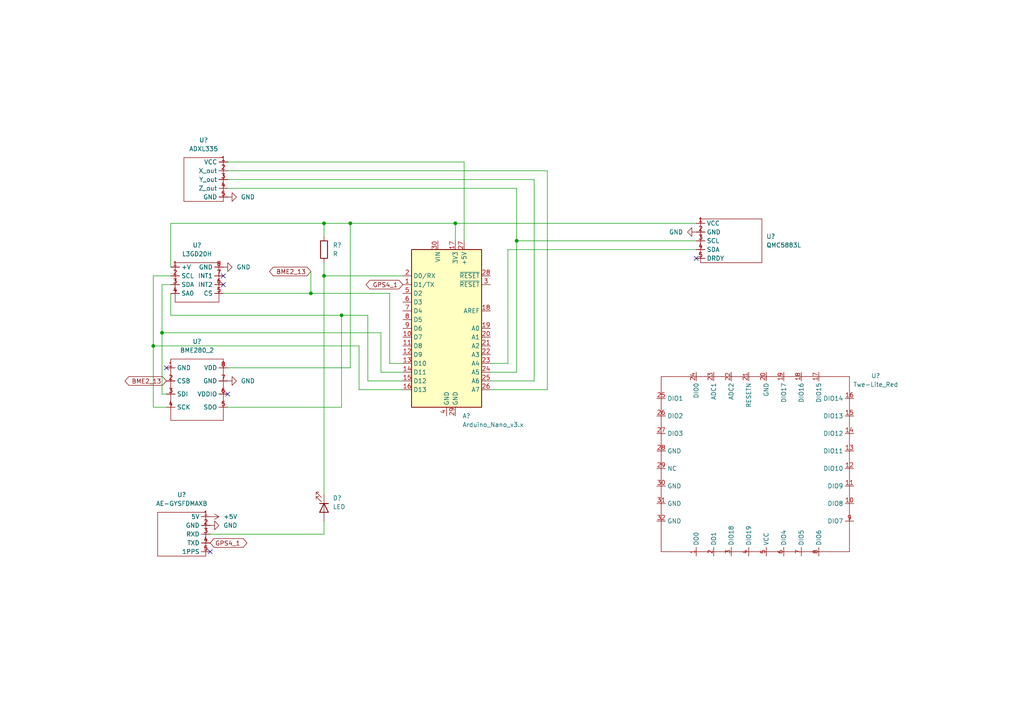
<source format=kicad_sch>
(kicad_sch (version 20211123) (generator eeschema)
  (paper "A4")
  (lib_symbols
    (symbol "ADXL335:ADXL335"
      (property "Reference" "U" (at -2.54 -1.27 0))
      (property "Value" "ADXL335" (at 3.81 1.27 0))
      (symbol "ADXL335_0_1"
        (rectangle (start -2.54 -1.27) (end 8.89 -13.97))
      )
      (symbol "ADXL335_1_1"
        (pin bidirectional line (at 10.16 -2.54 180) (length 2.54) (name "VCC") (number "1"))
        (pin bidirectional line (at 10.16 -5.08 180) (length 2.54) (name "X_out") (number "2"))
        (pin bidirectional line (at 10.16 -7.62 180) (length 2.54) (name "Y_out") (number "3"))
        (pin bidirectional line (at 10.16 -10.16 180) (length 2.54) (name "Z_out") (number "4"))
        (pin bidirectional line (at 10.16 -12.7 180) (length 2.54) (name "GND") (number "5"))
      )
    )
    (symbol "AE-GYSFDMAXB:AE-GYSFDMAXB"
      (property "Reference" "U" (at -6.35 -3.81 0))
      (property "Value" "AE-GYSFDMAXB" (at -2.54 2.54 0))
      (symbol "AE-GYSFDMAXB_0_1"
        (rectangle (start -8.89 0) (end 5.08 -12.7))
      )
      (symbol "AE-GYSFDMAXB_1_1"
        (pin bidirectional line (at 6.35 -1.27 180) (length 2.54) (name "5V") (number "1"))
        (pin bidirectional line (at 6.35 -3.81 180) (length 2.54) (name "GND") (number "2"))
        (pin bidirectional line (at 6.35 -6.35 180) (length 2.54) (name "RXD") (number "3"))
        (pin bidirectional line (at 6.35 -8.89 180) (length 2.54) (name "TXD") (number "4"))
        (pin bidirectional line (at 6.35 -11.43 180) (length 2.54) (name "1PPS") (number "5"))
      )
    )
    (symbol "BME280_2:BME280_2"
      (property "Reference" "U" (at 0 -3.81 0))
      (property "Value" "BME280_2" (at 11.43 0 0))
      (symbol "BME280_2_0_1"
        (rectangle (start -7.62 -3.81) (end 7.62 -21.59))
      )
      (symbol "BME280_2_1_1"
        (pin bidirectional line (at -8.89 -6.35 0) (length 2.54) (name "GND") (number "1"))
        (pin bidirectional line (at -8.89 -10.16 0) (length 2.54) (name "CSB") (number "2"))
        (pin bidirectional line (at -8.89 -13.97 0) (length 2.54) (name "SDI") (number "3"))
        (pin bidirectional line (at -8.89 -17.78 0) (length 2.54) (name "SCK") (number "4"))
        (pin bidirectional line (at 8.89 -17.78 180) (length 2.54) (name "SDO") (number "5"))
        (pin bidirectional line (at 8.89 -13.97 180) (length 2.54) (name "VDDIO") (number "6"))
        (pin bidirectional line (at 8.89 -10.16 180) (length 2.54) (name "GND") (number "7"))
        (pin bidirectional line (at 8.89 -6.35 180) (length 2.54) (name "VDD") (number "8"))
      )
    )
    (symbol "Device:LED" (pin_numbers hide) (pin_names (offset 1.016) hide)
      (property "Reference" "D" (at 0 2.54 0))
      (property "Value" "LED" (at 0 -2.54 0))
      (symbol "LED_0_1"
        (polyline (pts (xy -1.27 -1.27) (xy -1.27 1.27)) (stroke (width 0.254)))
        (polyline (pts (xy -1.27 0) (xy 1.27 0)))
        (polyline (pts (xy 1.27 -1.27) (xy 1.27 1.27) (xy -1.27 0) (xy 1.27 -1.27)) (stroke (width 0.254)))
        (polyline (pts (xy -3.048 -0.762) (xy -4.572 -2.286) (xy -3.81 -2.286) (xy -4.572 -2.286) (xy -4.572 -1.524)))
        (polyline (pts (xy -1.778 -0.762) (xy -3.302 -2.286) (xy -2.54 -2.286) (xy -3.302 -2.286) (xy -3.302 -1.524)))
      )
      (symbol "LED_1_1"
        (pin passive line (at -3.81 0 0) (length 2.54) (name "K") (number "1"))
        (pin passive line (at 3.81 0 180) (length 2.54) (name "A") (number "2"))
      )
    )
    (symbol "Device:R" (pin_numbers hide) (pin_names (offset 0))
      (property "Reference" "R" (at 2.032 0 90))
      (property "Value" "R" (at 0 0 90))
      (symbol "R_0_1"
        (rectangle (start -1.016 -2.54) (end 1.016 2.54) (stroke (width 0.254)))
      )
      (symbol "R_1_1"
        (pin passive line (at 0 3.81 270) (length 1.27) (name "~") (number "1"))
        (pin passive line (at 0 -3.81 90) (length 1.27) (name "~") (number "2"))
      )
    )
    (symbol "L3GD20H:L3GD20H"
      (property "Reference" "U" (at -1.27 -2.54 0))
      (property "Value" "L3GD20H" (at 0 0 0))
      (symbol "L3GD20H_0_1"
        (rectangle (start -6.35 -2.54) (end 6.35 -13.97))
      )
      (symbol "L3GD20H_1_1"
        (pin bidirectional line (at -7.62 -3.81 0) (length 2.54) (name "+V") (number "1"))
        (pin bidirectional line (at -7.62 -6.35 0) (length 2.54) (name "SCL") (number "2"))
        (pin bidirectional line (at -7.62 -8.89 0) (length 2.54) (name "SDA") (number "3"))
        (pin bidirectional line (at -7.62 -11.43 0) (length 2.54) (name "SA0") (number "4"))
        (pin bidirectional line (at 7.62 -11.43 180) (length 2.54) (name "CS") (number "5"))
        (pin bidirectional line (at 7.62 -8.89 180) (length 2.54) (name "INT2") (number "6"))
        (pin bidirectional line (at 7.62 -6.35 180) (length 2.54) (name "INT1") (number "7"))
        (pin bidirectional line (at 7.62 -3.81 180) (length 2.54) (name "GND") (number "8"))
      )
    )
    (symbol "MCU_Module:Arduino_Nano_v3.x"
      (property "Reference" "A" (at -10.16 23.495 0))
      (property "Value" "Arduino_Nano_v3.x" (at 5.08 -24.13 0))
      (symbol "Arduino_Nano_v3.x_0_1"
        (rectangle (start -10.16 22.86) (end 10.16 -22.86) (stroke (width 0.254)) (fill (type background)))
      )
      (symbol "Arduino_Nano_v3.x_1_1"
        (pin bidirectional line (at -12.7 12.7 0) (length 2.54) (name "D1/TX") (number "1"))
        (pin bidirectional line (at -12.7 -2.54 0) (length 2.54) (name "D7") (number "10"))
        (pin bidirectional line (at -12.7 -5.08 0) (length 2.54) (name "D8") (number "11"))
        (pin bidirectional line (at -12.7 -7.62 0) (length 2.54) (name "D9") (number "12"))
        (pin bidirectional line (at -12.7 -10.16 0) (length 2.54) (name "D10") (number "13"))
        (pin bidirectional line (at -12.7 -12.7 0) (length 2.54) (name "D11") (number "14"))
        (pin bidirectional line (at -12.7 -15.24 0) (length 2.54) (name "D12") (number "15"))
        (pin bidirectional line (at -12.7 -17.78 0) (length 2.54) (name "D13") (number "16"))
        (pin power_out line (at 2.54 25.4 270) (length 2.54) (name "3V3") (number "17"))
        (pin input line (at 12.7 5.08 180) (length 2.54) (name "AREF") (number "18"))
        (pin bidirectional line (at 12.7 0 180) (length 2.54) (name "A0") (number "19"))
        (pin bidirectional line (at -12.7 15.24 0) (length 2.54) (name "D0/RX") (number "2"))
        (pin bidirectional line (at 12.7 -2.54 180) (length 2.54) (name "A1") (number "20"))
        (pin bidirectional line (at 12.7 -5.08 180) (length 2.54) (name "A2") (number "21"))
        (pin bidirectional line (at 12.7 -7.62 180) (length 2.54) (name "A3") (number "22"))
        (pin bidirectional line (at 12.7 -10.16 180) (length 2.54) (name "A4") (number "23"))
        (pin bidirectional line (at 12.7 -12.7 180) (length 2.54) (name "A5") (number "24"))
        (pin bidirectional line (at 12.7 -15.24 180) (length 2.54) (name "A6") (number "25"))
        (pin bidirectional line (at 12.7 -17.78 180) (length 2.54) (name "A7") (number "26"))
        (pin power_out line (at 5.08 25.4 270) (length 2.54) (name "+5V") (number "27"))
        (pin input line (at 12.7 15.24 180) (length 2.54) (name "~{RESET}") (number "28"))
        (pin power_in line (at 2.54 -25.4 90) (length 2.54) (name "GND") (number "29"))
        (pin input line (at 12.7 12.7 180) (length 2.54) (name "~{RESET}") (number "3"))
        (pin power_in line (at -2.54 25.4 270) (length 2.54) (name "VIN") (number "30"))
        (pin power_in line (at 0 -25.4 90) (length 2.54) (name "GND") (number "4"))
        (pin bidirectional line (at -12.7 10.16 0) (length 2.54) (name "D2") (number "5"))
        (pin bidirectional line (at -12.7 7.62 0) (length 2.54) (name "D3") (number "6"))
        (pin bidirectional line (at -12.7 5.08 0) (length 2.54) (name "D4") (number "7"))
        (pin bidirectional line (at -12.7 2.54 0) (length 2.54) (name "D5") (number "8"))
        (pin bidirectional line (at -12.7 0 0) (length 2.54) (name "D6") (number "9"))
      )
    )
    (symbol "QMC5883L:QMC5883L"
      (property "Reference" "U" (at 10.16 -3.81 0))
      (property "Value" "QMC5883L" (at 1.27 -2.54 0))
      (symbol "QMC5883L_0_1"
        (rectangle (start -7.62 -3.81) (end 10.16 -16.51))
      )
      (symbol "QMC5883L_1_1"
        (pin bidirectional line (at -8.89 -5.08 0) (length 2.54) (name "VCC") (number "1"))
        (pin bidirectional line (at -8.89 -7.62 0) (length 2.54) (name "GND") (number "2"))
        (pin bidirectional line (at -8.89 -10.16 0) (length 2.54) (name "SCL") (number "3"))
        (pin bidirectional line (at -8.89 -12.7 0) (length 2.54) (name "SDA") (number "4"))
        (pin bidirectional line (at -8.89 -15.24 0) (length 2.54) (name "DRDY") (number "5"))
      )
    )
    (symbol "Twe-Lite Red:Twe-Lite_Red"
      (property "Reference" "U" (at 0 0 0))
      (property "Value" "Twe-Lite_Red" (at 0 0 0))
      (symbol "Twe-Lite_Red_0_1"
        (rectangle (start -31.75 -3.81) (end 22.86 -54.61))
      )
      (symbol "Twe-Lite_Red_1_1"
        (pin bidirectional line (at -21.59 -55.88 90) (length 2.54) (name "DO0") (number "1"))
        (pin bidirectional line (at 24.13 -40.64 180) (length 2.54) (name "DIO8") (number "10"))
        (pin bidirectional line (at 24.13 -35.56 180) (length 2.54) (name "DIO9") (number "11"))
        (pin bidirectional line (at 24.13 -30.48 180) (length 2.54) (name "DIO10") (number "12"))
        (pin bidirectional line (at 24.13 -25.4 180) (length 2.54) (name "DIO11") (number "13"))
        (pin bidirectional line (at 24.13 -20.32 180) (length 2.54) (name "DIO12") (number "14"))
        (pin bidirectional line (at 24.13 -15.24 180) (length 2.54) (name "DIO13") (number "15"))
        (pin bidirectional line (at 24.13 -10.16 180) (length 2.54) (name "DIO14") (number "16"))
        (pin bidirectional line (at 13.97 -2.54 270) (length 2.54) (name "DIO15") (number "17"))
        (pin bidirectional line (at 8.89 -2.54 270) (length 2.54) (name "DIO16") (number "18"))
        (pin bidirectional line (at 3.81 -2.54 270) (length 2.54) (name "DIO17") (number "19"))
        (pin bidirectional line (at -16.51 -55.88 90) (length 2.54) (name "DO1") (number "2"))
        (pin bidirectional line (at -1.27 -2.54 270) (length 2.54) (name "GND") (number "20"))
        (pin bidirectional line (at -6.35 -2.54 270) (length 2.54) (name "RESETN") (number "21"))
        (pin bidirectional line (at -11.43 -2.54 270) (length 2.54) (name "ADC2") (number "22"))
        (pin bidirectional line (at -16.51 -2.54 270) (length 2.54) (name "ADC1") (number "23"))
        (pin bidirectional line (at -21.59 -2.54 270) (length 2.54) (name "DIO0") (number "24"))
        (pin bidirectional line (at -33.02 -10.16 0) (length 2.54) (name "DIO1") (number "25"))
        (pin bidirectional line (at -33.02 -15.24 0) (length 2.54) (name "DIO2") (number "26"))
        (pin bidirectional line (at -33.02 -20.32 0) (length 2.54) (name "DIO3") (number "27"))
        (pin bidirectional line (at -33.02 -25.4 0) (length 2.54) (name "GND") (number "28"))
        (pin bidirectional line (at -33.02 -30.48 0) (length 2.54) (name "NC") (number "29"))
        (pin bidirectional line (at -11.43 -55.88 90) (length 2.54) (name "DIO18") (number "3"))
        (pin bidirectional line (at -33.02 -35.56 0) (length 2.54) (name "GND") (number "30"))
        (pin bidirectional line (at -33.02 -40.64 0) (length 2.54) (name "GND") (number "31"))
        (pin bidirectional line (at -33.02 -45.72 0) (length 2.54) (name "GND") (number "32"))
        (pin bidirectional line (at -6.35 -55.88 90) (length 2.54) (name "DIO19") (number "4"))
        (pin bidirectional line (at -1.27 -55.88 90) (length 2.54) (name "VCC") (number "5"))
        (pin bidirectional line (at 3.81 -55.88 90) (length 2.54) (name "DIO4") (number "6"))
        (pin bidirectional line (at 8.89 -55.88 90) (length 2.54) (name "DIO5") (number "7"))
        (pin bidirectional line (at 13.97 -55.88 90) (length 2.54) (name "DIO6") (number "8"))
        (pin bidirectional line (at 24.13 -45.72 180) (length 2.54) (name "DIO7") (number "9"))
      )
    )
    (symbol "power:+5V" (power) (pin_names (offset 0))
      (property "Value" "+5V" (at 0 3.556 0))
      (symbol "+5V_0_1"
        (polyline (pts (xy -0.762 1.27) (xy 0 2.54)))
        (polyline (pts (xy 0 0) (xy 0 2.54)))
        (polyline (pts (xy 0 2.54) (xy 0.762 1.27)))
      )
      (symbol "+5V_1_1"
        (pin power_in line (at 0 0 90) (length 0) hide (name "+5V") (number "1"))
      )
    )
    (symbol "power:GND" (power) (pin_names (offset 0))
      (property "Value" "GND" (at 0 -3.81 0))
      (symbol "GND_0_1"
        (polyline (pts (xy 0 0) (xy 0 -1.27) (xy 1.27 -1.27) (xy 0 -2.54) (xy -1.27 -1.27) (xy 0 -1.27)))
      )
      (symbol "GND_1_1"
        (pin power_in line (at 0 0 270) (length 0) hide (name "GND") (number "1"))
      )
    )
  )
  (junction (at 93.98 80.01))
  (junction (at 90.17 85.09))
  (junction (at 44.45 100.33))
  (junction (at 132.08 64.77))
  (junction (at 46.99 96.52))
  (junction (at 101.6 64.77))
  (junction (at 93.98 64.77))
  (junction (at 99.06 91.44))
  (junction (at 149.86 69.85))
  (no_connect (at 201.93 74.93))
  (no_connect (at 64.77 82.55))
  (no_connect (at 64.77 80.01))
  (no_connect (at 48.26 106.68))
  (no_connect (at 66.04 114.3))
  (no_connect (at 60.96 160.02))
  (wire (pts (xy 104.14 113.03) (xy 116.84 113.03)))
  (wire (pts (xy 44.45 118.11) (xy 44.45 100.33)))
  (wire (pts (xy 158.75 49.53) (xy 158.75 113.03)))
  (wire (pts (xy 49.53 82.55) (xy 46.99 82.55)))
  (wire (pts (xy 134.62 46.99) (xy 134.62 69.85)))
  (wire (pts (xy 149.86 54.61) (xy 149.86 69.85)))
  (wire (pts (xy 49.53 64.77) (xy 93.98 64.77)))
  (wire (pts (xy 64.77 85.09) (xy 90.17 85.09)))
  (wire (pts (xy 132.08 64.77) (xy 132.08 69.85)))
  (wire (pts (xy 110.49 107.95) (xy 116.84 107.95)))
  (wire (pts (xy 110.49 96.52) (xy 110.49 107.95)))
  (wire (pts (xy 101.6 106.68) (xy 101.6 64.77)))
  (wire (pts (xy 44.45 100.33) (xy 104.14 100.33)))
  (wire (pts (xy 104.14 100.33) (xy 104.14 113.03)))
  (wire (pts (xy 99.06 91.44) (xy 106.68 91.44)))
  (wire (pts (xy 93.98 151.13) (xy 93.98 154.94)))
  (wire (pts (xy 113.03 85.09) (xy 113.03 105.41)))
  (wire (pts (xy 113.03 105.41) (xy 116.84 105.41)))
  (wire (pts (xy 101.6 64.77) (xy 132.08 64.77)))
  (wire (pts (xy 66.04 106.68) (xy 101.6 106.68)))
  (wire (pts (xy 49.53 85.09) (xy 49.53 91.44)))
  (wire (pts (xy 201.93 64.77) (xy 132.08 64.77)))
  (wire (pts (xy 48.26 118.11) (xy 44.45 118.11)))
  (wire (pts (xy 154.94 52.07) (xy 154.94 110.49)))
  (wire (pts (xy 66.04 118.11) (xy 99.06 118.11)))
  (wire (pts (xy 66.04 52.07) (xy 154.94 52.07)))
  (wire (pts (xy 66.04 54.61) (xy 149.86 54.61)))
  (wire (pts (xy 93.98 80.01) (xy 93.98 143.51)))
  (wire (pts (xy 46.99 96.52) (xy 110.49 96.52)))
  (wire (pts (xy 154.94 110.49) (xy 142.24 110.49)))
  (wire (pts (xy 147.32 72.39) (xy 147.32 105.41)))
  (wire (pts (xy 46.99 114.3) (xy 46.99 96.52)))
  (wire (pts (xy 49.53 77.47) (xy 49.53 64.77)))
  (wire (pts (xy 90.17 85.09) (xy 113.03 85.09)))
  (wire (pts (xy 93.98 64.77) (xy 93.98 68.58)))
  (wire (pts (xy 106.68 110.49) (xy 116.84 110.49)))
  (wire (pts (xy 147.32 105.41) (xy 142.24 105.41)))
  (wire (pts (xy 46.99 82.55) (xy 46.99 96.52)))
  (wire (pts (xy 149.86 69.85) (xy 201.93 69.85)))
  (wire (pts (xy 99.06 118.11) (xy 99.06 91.44)))
  (wire (pts (xy 60.96 154.94) (xy 93.98 154.94)))
  (wire (pts (xy 158.75 113.03) (xy 142.24 113.03)))
  (wire (pts (xy 201.93 72.39) (xy 147.32 72.39)))
  (wire (pts (xy 149.86 107.95) (xy 142.24 107.95)))
  (wire (pts (xy 48.26 114.3) (xy 46.99 114.3)))
  (wire (pts (xy 106.68 91.44) (xy 106.68 110.49)))
  (wire (pts (xy 44.45 80.01) (xy 44.45 100.33)))
  (wire (pts (xy 93.98 64.77) (xy 101.6 64.77)))
  (wire (pts (xy 49.53 80.01) (xy 44.45 80.01)))
  (wire (pts (xy 66.04 46.99) (xy 134.62 46.99)))
  (wire (pts (xy 116.84 80.01) (xy 93.98 80.01)))
  (wire (pts (xy 93.98 76.2) (xy 93.98 80.01)))
  (wire (pts (xy 49.53 91.44) (xy 99.06 91.44)))
  (wire (pts (xy 66.04 49.53) (xy 158.75 49.53)))
  (wire (pts (xy 149.86 69.85) (xy 149.86 107.95)))
  (wire (pts (xy 90.17 78.74) (xy 90.17 85.09)))
  (global_label "BME2_13" (shape bidirectional) (at 90.17 78.74 180) (property "Intersheet References" "${INTERSHEET_REFS}" (effects hide)))
  (global_label "GPS4_1" (shape bidirectional) (at 60.96 157.48 0) (property "Intersheet References" "${INTERSHEET_REFS}" (effects hide)))
  (global_label "GPS4_1" (shape bidirectional) (at 116.84 82.55 180) (property "Intersheet References" "${INTERSHEET_REFS}" (effects hide)))
  (global_label "BME2_13" (shape bidirectional) (at 48.26 110.49 180) (property "Intersheet References" "${INTERSHEET_REFS}" (effects hide)))
  (symbol (lib_id "power:GND") (at 201.93 67.31 270) (unit 1)
    (property "Reference" "#PWR?" (effects hide))
    (property "Value" "GND" (at 198.12 67.3099 90) (effects (justify right)))
  )
  (symbol (lib_id "AE-GYSFDMAXB:AE-GYSFDMAXB") (at 54.61 148.59 0) (unit 1)
    (property "Reference" "U?" (at 52.705 143.51 0))
    (property "Value" "AE-GYSFDMAXB" (at 52.705 146.05 0))
  )
  (symbol (lib_id "power:GND") (at 64.77 77.47 90) (unit 1)
    (property "Reference" "#PWR?" (effects hide))
    (property "Value" "GND" (at 68.58 77.4699 90) (effects (justify right)))
  )
  (symbol (lib_id "power:GND") (at 66.04 110.49 90) (unit 1)
    (property "Reference" "#PWR?" (effects hide))
    (property "Value" "GND" (at 69.85 110.4899 90) (effects (justify right)))
  )
  (symbol (lib_id "QMC5883L:QMC5883L") (at 210.82 59.69 0) (unit 1)
    (property "Reference" "U?" (at 222.25 68.5799 0) (effects (justify left)))
    (property "Value" "QMC5883L" (at 222.25 71.1199 0) (effects (justify left)))
  )
  (symbol (lib_id "power:GND") (at 60.96 152.4 90) (unit 1)
    (property "Reference" "#PWR?" (effects hide))
    (property "Value" "GND" (at 64.77 152.3999 90) (effects (justify right)))
  )
  (symbol (lib_id "Twe-Lite Red:Twe-Lite_Red") (at 223.52 105.41 0) (unit 1)
    (property "Reference" "U?" (at 254 108.9912 0))
    (property "Value" "Twe-Lite_Red" (at 254 111.5312 0))
  )
  (symbol (lib_id "L3GD20H:L3GD20H") (at 57.15 73.66 0) (unit 1)
    (property "Reference" "U?" (at 57.15 71.12 0))
    (property "Value" "L3GD20H" (at 57.15 73.66 0))
  )
  (symbol (lib_id "power:GND") (at 66.04 57.15 90) (unit 1)
    (property "Reference" "#PWR?" (effects hide))
    (property "Value" "GND" (at 69.85 57.1499 90) (effects (justify right)))
  )
  (symbol (lib_id "MCU_Module:Arduino_Nano_v3.x") (at 129.54 95.25 0) (unit 1)
    (property "Reference" "A?" (at 134.0994 120.65 0) (effects (justify left)))
    (property "Value" "Arduino_Nano_v3.x" (at 134.0994 123.19 0) (effects (justify left)))
    (property "Footprint" "Module:Arduino_Nano" (effects hide))
    (property "Datasheet" "http://www.mouser.com/pdfdocs/Gravitech_Arduino_Nano3_0.pdf" (effects hide))
  )
  (symbol (lib_id "power:+5V") (at 60.96 149.86 270) (unit 1)
    (property "Reference" "#PWR?" (effects hide))
    (property "Value" "+5V" (at 64.77 149.8599 90) (effects (justify left)))
  )
  (symbol (lib_id "BME280_2:BME280_2") (at 57.15 100.33 0) (unit 1)
    (property "Reference" "U?" (at 57.15 99.06 0))
    (property "Value" "BME280_2" (at 57.15 101.6 0))
  )
  (symbol (lib_id "Device:LED") (at 93.98 147.32 270) (unit 1)
    (property "Reference" "D?" (at 96.52 144.4624 90) (effects (justify left)))
    (property "Value" "LED" (at 96.52 147.0024 90) (effects (justify left)))
  )
  (symbol (lib_id "Device:R") (at 93.98 72.39 0) (unit 1)
    (property "Reference" "R?" (at 96.52 71.1199 0) (effects (justify left)))
    (property "Value" "R" (at 96.52 73.6599 0) (effects (justify left)))
  )
  (symbol (lib_id "ADXL335:ADXL335") (at 55.88 44.45 0) (unit 1)
    (property "Reference" "U?" (at 59.055 40.64 0))
    (property "Value" "ADXL335" (at 59.055 43.18 0))
  )
)
</source>
